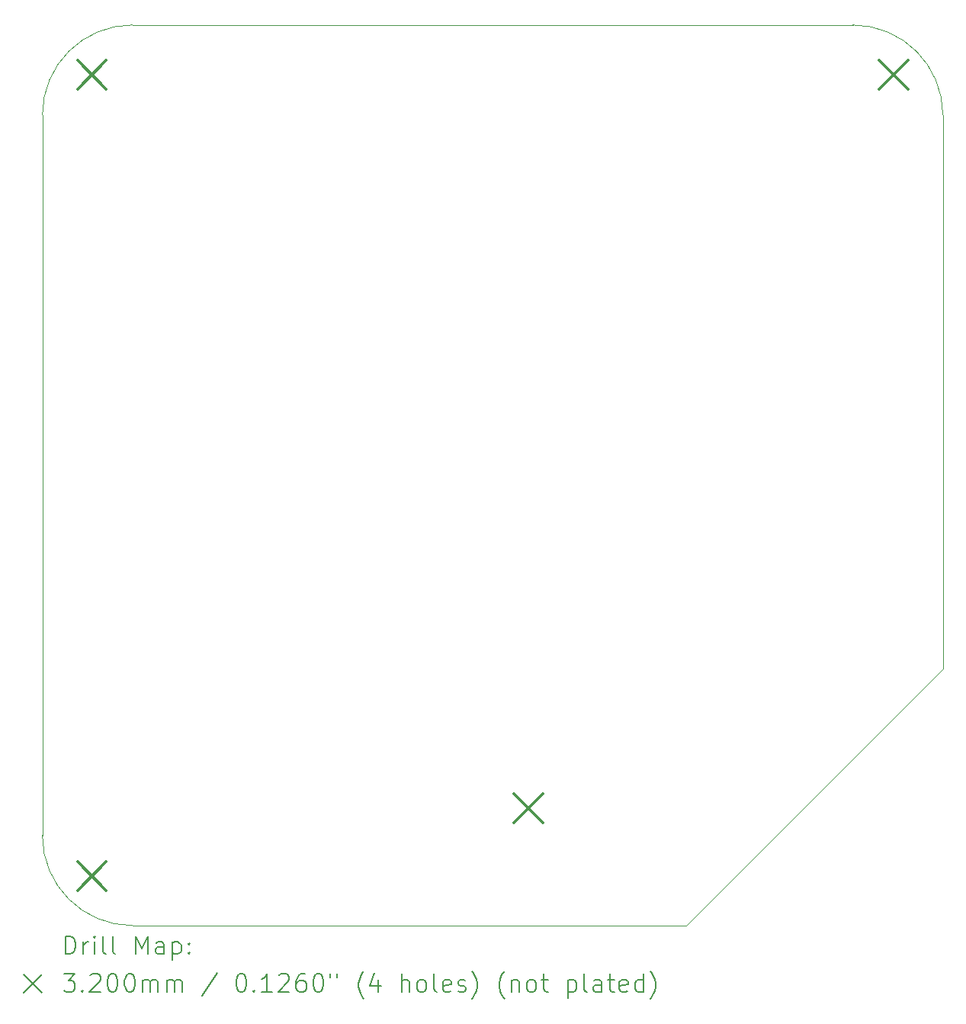
<source format=gbr>
%TF.GenerationSoftware,KiCad,Pcbnew,7.0.8*%
%TF.CreationDate,2023-10-26T13:24:27+11:00*%
%TF.ProjectId,Main 4.2,4d61696e-2034-42e3-922e-6b696361645f,rev?*%
%TF.SameCoordinates,Original*%
%TF.FileFunction,Drillmap*%
%TF.FilePolarity,Positive*%
%FSLAX45Y45*%
G04 Gerber Fmt 4.5, Leading zero omitted, Abs format (unit mm)*
G04 Created by KiCad (PCBNEW 7.0.8) date 2023-10-26 13:24:27*
%MOMM*%
%LPD*%
G01*
G04 APERTURE LIST*
%ADD10C,0.100000*%
%ADD11C,0.200000*%
%ADD12C,0.320000*%
G04 APERTURE END LIST*
D10*
X10000000Y-19000000D02*
X10000000Y-11000000D01*
X20000000Y-11000000D02*
G75*
G03*
X19000000Y-10000000I-1000000J0D01*
G01*
X17150000Y-20000000D02*
X11000000Y-20000000D01*
X10000000Y-19000000D02*
G75*
G03*
X11000000Y-20000000I1000000J0D01*
G01*
X11000000Y-10000000D02*
X19000000Y-10000000D01*
X11000000Y-10000000D02*
G75*
G03*
X10000000Y-11000000I0J-1000000D01*
G01*
X17150000Y-20000000D02*
X20000000Y-17150000D01*
X20000000Y-17150000D02*
X20000000Y-11000000D01*
D11*
D12*
X10390000Y-10390000D02*
X10710000Y-10710000D01*
X10710000Y-10390000D02*
X10390000Y-10710000D01*
X10390000Y-19290000D02*
X10710000Y-19610000D01*
X10710000Y-19290000D02*
X10390000Y-19610000D01*
X15240000Y-18540000D02*
X15560000Y-18860000D01*
X15560000Y-18540000D02*
X15240000Y-18860000D01*
X19290000Y-10390000D02*
X19610000Y-10710000D01*
X19610000Y-10390000D02*
X19290000Y-10710000D01*
D11*
X10255777Y-20316484D02*
X10255777Y-20116484D01*
X10255777Y-20116484D02*
X10303396Y-20116484D01*
X10303396Y-20116484D02*
X10331967Y-20126008D01*
X10331967Y-20126008D02*
X10351015Y-20145055D01*
X10351015Y-20145055D02*
X10360539Y-20164103D01*
X10360539Y-20164103D02*
X10370063Y-20202198D01*
X10370063Y-20202198D02*
X10370063Y-20230770D01*
X10370063Y-20230770D02*
X10360539Y-20268865D01*
X10360539Y-20268865D02*
X10351015Y-20287912D01*
X10351015Y-20287912D02*
X10331967Y-20306960D01*
X10331967Y-20306960D02*
X10303396Y-20316484D01*
X10303396Y-20316484D02*
X10255777Y-20316484D01*
X10455777Y-20316484D02*
X10455777Y-20183150D01*
X10455777Y-20221246D02*
X10465301Y-20202198D01*
X10465301Y-20202198D02*
X10474824Y-20192674D01*
X10474824Y-20192674D02*
X10493872Y-20183150D01*
X10493872Y-20183150D02*
X10512920Y-20183150D01*
X10579586Y-20316484D02*
X10579586Y-20183150D01*
X10579586Y-20116484D02*
X10570063Y-20126008D01*
X10570063Y-20126008D02*
X10579586Y-20135531D01*
X10579586Y-20135531D02*
X10589110Y-20126008D01*
X10589110Y-20126008D02*
X10579586Y-20116484D01*
X10579586Y-20116484D02*
X10579586Y-20135531D01*
X10703396Y-20316484D02*
X10684348Y-20306960D01*
X10684348Y-20306960D02*
X10674824Y-20287912D01*
X10674824Y-20287912D02*
X10674824Y-20116484D01*
X10808158Y-20316484D02*
X10789110Y-20306960D01*
X10789110Y-20306960D02*
X10779586Y-20287912D01*
X10779586Y-20287912D02*
X10779586Y-20116484D01*
X11036729Y-20316484D02*
X11036729Y-20116484D01*
X11036729Y-20116484D02*
X11103396Y-20259341D01*
X11103396Y-20259341D02*
X11170063Y-20116484D01*
X11170063Y-20116484D02*
X11170063Y-20316484D01*
X11351015Y-20316484D02*
X11351015Y-20211722D01*
X11351015Y-20211722D02*
X11341491Y-20192674D01*
X11341491Y-20192674D02*
X11322443Y-20183150D01*
X11322443Y-20183150D02*
X11284348Y-20183150D01*
X11284348Y-20183150D02*
X11265301Y-20192674D01*
X11351015Y-20306960D02*
X11331967Y-20316484D01*
X11331967Y-20316484D02*
X11284348Y-20316484D01*
X11284348Y-20316484D02*
X11265301Y-20306960D01*
X11265301Y-20306960D02*
X11255777Y-20287912D01*
X11255777Y-20287912D02*
X11255777Y-20268865D01*
X11255777Y-20268865D02*
X11265301Y-20249817D01*
X11265301Y-20249817D02*
X11284348Y-20240293D01*
X11284348Y-20240293D02*
X11331967Y-20240293D01*
X11331967Y-20240293D02*
X11351015Y-20230770D01*
X11446253Y-20183150D02*
X11446253Y-20383150D01*
X11446253Y-20192674D02*
X11465301Y-20183150D01*
X11465301Y-20183150D02*
X11503396Y-20183150D01*
X11503396Y-20183150D02*
X11522443Y-20192674D01*
X11522443Y-20192674D02*
X11531967Y-20202198D01*
X11531967Y-20202198D02*
X11541491Y-20221246D01*
X11541491Y-20221246D02*
X11541491Y-20278389D01*
X11541491Y-20278389D02*
X11531967Y-20297436D01*
X11531967Y-20297436D02*
X11522443Y-20306960D01*
X11522443Y-20306960D02*
X11503396Y-20316484D01*
X11503396Y-20316484D02*
X11465301Y-20316484D01*
X11465301Y-20316484D02*
X11446253Y-20306960D01*
X11627205Y-20297436D02*
X11636729Y-20306960D01*
X11636729Y-20306960D02*
X11627205Y-20316484D01*
X11627205Y-20316484D02*
X11617682Y-20306960D01*
X11617682Y-20306960D02*
X11627205Y-20297436D01*
X11627205Y-20297436D02*
X11627205Y-20316484D01*
X11627205Y-20192674D02*
X11636729Y-20202198D01*
X11636729Y-20202198D02*
X11627205Y-20211722D01*
X11627205Y-20211722D02*
X11617682Y-20202198D01*
X11617682Y-20202198D02*
X11627205Y-20192674D01*
X11627205Y-20192674D02*
X11627205Y-20211722D01*
X9795000Y-20545000D02*
X9995000Y-20745000D01*
X9995000Y-20545000D02*
X9795000Y-20745000D01*
X10236729Y-20536484D02*
X10360539Y-20536484D01*
X10360539Y-20536484D02*
X10293872Y-20612674D01*
X10293872Y-20612674D02*
X10322444Y-20612674D01*
X10322444Y-20612674D02*
X10341491Y-20622198D01*
X10341491Y-20622198D02*
X10351015Y-20631722D01*
X10351015Y-20631722D02*
X10360539Y-20650770D01*
X10360539Y-20650770D02*
X10360539Y-20698389D01*
X10360539Y-20698389D02*
X10351015Y-20717436D01*
X10351015Y-20717436D02*
X10341491Y-20726960D01*
X10341491Y-20726960D02*
X10322444Y-20736484D01*
X10322444Y-20736484D02*
X10265301Y-20736484D01*
X10265301Y-20736484D02*
X10246253Y-20726960D01*
X10246253Y-20726960D02*
X10236729Y-20717436D01*
X10446253Y-20717436D02*
X10455777Y-20726960D01*
X10455777Y-20726960D02*
X10446253Y-20736484D01*
X10446253Y-20736484D02*
X10436729Y-20726960D01*
X10436729Y-20726960D02*
X10446253Y-20717436D01*
X10446253Y-20717436D02*
X10446253Y-20736484D01*
X10531967Y-20555531D02*
X10541491Y-20546008D01*
X10541491Y-20546008D02*
X10560539Y-20536484D01*
X10560539Y-20536484D02*
X10608158Y-20536484D01*
X10608158Y-20536484D02*
X10627205Y-20546008D01*
X10627205Y-20546008D02*
X10636729Y-20555531D01*
X10636729Y-20555531D02*
X10646253Y-20574579D01*
X10646253Y-20574579D02*
X10646253Y-20593627D01*
X10646253Y-20593627D02*
X10636729Y-20622198D01*
X10636729Y-20622198D02*
X10522444Y-20736484D01*
X10522444Y-20736484D02*
X10646253Y-20736484D01*
X10770063Y-20536484D02*
X10789110Y-20536484D01*
X10789110Y-20536484D02*
X10808158Y-20546008D01*
X10808158Y-20546008D02*
X10817682Y-20555531D01*
X10817682Y-20555531D02*
X10827205Y-20574579D01*
X10827205Y-20574579D02*
X10836729Y-20612674D01*
X10836729Y-20612674D02*
X10836729Y-20660293D01*
X10836729Y-20660293D02*
X10827205Y-20698389D01*
X10827205Y-20698389D02*
X10817682Y-20717436D01*
X10817682Y-20717436D02*
X10808158Y-20726960D01*
X10808158Y-20726960D02*
X10789110Y-20736484D01*
X10789110Y-20736484D02*
X10770063Y-20736484D01*
X10770063Y-20736484D02*
X10751015Y-20726960D01*
X10751015Y-20726960D02*
X10741491Y-20717436D01*
X10741491Y-20717436D02*
X10731967Y-20698389D01*
X10731967Y-20698389D02*
X10722444Y-20660293D01*
X10722444Y-20660293D02*
X10722444Y-20612674D01*
X10722444Y-20612674D02*
X10731967Y-20574579D01*
X10731967Y-20574579D02*
X10741491Y-20555531D01*
X10741491Y-20555531D02*
X10751015Y-20546008D01*
X10751015Y-20546008D02*
X10770063Y-20536484D01*
X10960539Y-20536484D02*
X10979586Y-20536484D01*
X10979586Y-20536484D02*
X10998634Y-20546008D01*
X10998634Y-20546008D02*
X11008158Y-20555531D01*
X11008158Y-20555531D02*
X11017682Y-20574579D01*
X11017682Y-20574579D02*
X11027205Y-20612674D01*
X11027205Y-20612674D02*
X11027205Y-20660293D01*
X11027205Y-20660293D02*
X11017682Y-20698389D01*
X11017682Y-20698389D02*
X11008158Y-20717436D01*
X11008158Y-20717436D02*
X10998634Y-20726960D01*
X10998634Y-20726960D02*
X10979586Y-20736484D01*
X10979586Y-20736484D02*
X10960539Y-20736484D01*
X10960539Y-20736484D02*
X10941491Y-20726960D01*
X10941491Y-20726960D02*
X10931967Y-20717436D01*
X10931967Y-20717436D02*
X10922444Y-20698389D01*
X10922444Y-20698389D02*
X10912920Y-20660293D01*
X10912920Y-20660293D02*
X10912920Y-20612674D01*
X10912920Y-20612674D02*
X10922444Y-20574579D01*
X10922444Y-20574579D02*
X10931967Y-20555531D01*
X10931967Y-20555531D02*
X10941491Y-20546008D01*
X10941491Y-20546008D02*
X10960539Y-20536484D01*
X11112920Y-20736484D02*
X11112920Y-20603150D01*
X11112920Y-20622198D02*
X11122444Y-20612674D01*
X11122444Y-20612674D02*
X11141491Y-20603150D01*
X11141491Y-20603150D02*
X11170063Y-20603150D01*
X11170063Y-20603150D02*
X11189110Y-20612674D01*
X11189110Y-20612674D02*
X11198634Y-20631722D01*
X11198634Y-20631722D02*
X11198634Y-20736484D01*
X11198634Y-20631722D02*
X11208158Y-20612674D01*
X11208158Y-20612674D02*
X11227205Y-20603150D01*
X11227205Y-20603150D02*
X11255777Y-20603150D01*
X11255777Y-20603150D02*
X11274824Y-20612674D01*
X11274824Y-20612674D02*
X11284348Y-20631722D01*
X11284348Y-20631722D02*
X11284348Y-20736484D01*
X11379586Y-20736484D02*
X11379586Y-20603150D01*
X11379586Y-20622198D02*
X11389110Y-20612674D01*
X11389110Y-20612674D02*
X11408158Y-20603150D01*
X11408158Y-20603150D02*
X11436729Y-20603150D01*
X11436729Y-20603150D02*
X11455777Y-20612674D01*
X11455777Y-20612674D02*
X11465301Y-20631722D01*
X11465301Y-20631722D02*
X11465301Y-20736484D01*
X11465301Y-20631722D02*
X11474824Y-20612674D01*
X11474824Y-20612674D02*
X11493872Y-20603150D01*
X11493872Y-20603150D02*
X11522443Y-20603150D01*
X11522443Y-20603150D02*
X11541491Y-20612674D01*
X11541491Y-20612674D02*
X11551015Y-20631722D01*
X11551015Y-20631722D02*
X11551015Y-20736484D01*
X11941491Y-20526960D02*
X11770063Y-20784103D01*
X12198634Y-20536484D02*
X12217682Y-20536484D01*
X12217682Y-20536484D02*
X12236729Y-20546008D01*
X12236729Y-20546008D02*
X12246253Y-20555531D01*
X12246253Y-20555531D02*
X12255777Y-20574579D01*
X12255777Y-20574579D02*
X12265301Y-20612674D01*
X12265301Y-20612674D02*
X12265301Y-20660293D01*
X12265301Y-20660293D02*
X12255777Y-20698389D01*
X12255777Y-20698389D02*
X12246253Y-20717436D01*
X12246253Y-20717436D02*
X12236729Y-20726960D01*
X12236729Y-20726960D02*
X12217682Y-20736484D01*
X12217682Y-20736484D02*
X12198634Y-20736484D01*
X12198634Y-20736484D02*
X12179586Y-20726960D01*
X12179586Y-20726960D02*
X12170063Y-20717436D01*
X12170063Y-20717436D02*
X12160539Y-20698389D01*
X12160539Y-20698389D02*
X12151015Y-20660293D01*
X12151015Y-20660293D02*
X12151015Y-20612674D01*
X12151015Y-20612674D02*
X12160539Y-20574579D01*
X12160539Y-20574579D02*
X12170063Y-20555531D01*
X12170063Y-20555531D02*
X12179586Y-20546008D01*
X12179586Y-20546008D02*
X12198634Y-20536484D01*
X12351015Y-20717436D02*
X12360539Y-20726960D01*
X12360539Y-20726960D02*
X12351015Y-20736484D01*
X12351015Y-20736484D02*
X12341491Y-20726960D01*
X12341491Y-20726960D02*
X12351015Y-20717436D01*
X12351015Y-20717436D02*
X12351015Y-20736484D01*
X12551015Y-20736484D02*
X12436729Y-20736484D01*
X12493872Y-20736484D02*
X12493872Y-20536484D01*
X12493872Y-20536484D02*
X12474825Y-20565055D01*
X12474825Y-20565055D02*
X12455777Y-20584103D01*
X12455777Y-20584103D02*
X12436729Y-20593627D01*
X12627206Y-20555531D02*
X12636729Y-20546008D01*
X12636729Y-20546008D02*
X12655777Y-20536484D01*
X12655777Y-20536484D02*
X12703396Y-20536484D01*
X12703396Y-20536484D02*
X12722444Y-20546008D01*
X12722444Y-20546008D02*
X12731967Y-20555531D01*
X12731967Y-20555531D02*
X12741491Y-20574579D01*
X12741491Y-20574579D02*
X12741491Y-20593627D01*
X12741491Y-20593627D02*
X12731967Y-20622198D01*
X12731967Y-20622198D02*
X12617682Y-20736484D01*
X12617682Y-20736484D02*
X12741491Y-20736484D01*
X12912920Y-20536484D02*
X12874825Y-20536484D01*
X12874825Y-20536484D02*
X12855777Y-20546008D01*
X12855777Y-20546008D02*
X12846253Y-20555531D01*
X12846253Y-20555531D02*
X12827206Y-20584103D01*
X12827206Y-20584103D02*
X12817682Y-20622198D01*
X12817682Y-20622198D02*
X12817682Y-20698389D01*
X12817682Y-20698389D02*
X12827206Y-20717436D01*
X12827206Y-20717436D02*
X12836729Y-20726960D01*
X12836729Y-20726960D02*
X12855777Y-20736484D01*
X12855777Y-20736484D02*
X12893872Y-20736484D01*
X12893872Y-20736484D02*
X12912920Y-20726960D01*
X12912920Y-20726960D02*
X12922444Y-20717436D01*
X12922444Y-20717436D02*
X12931967Y-20698389D01*
X12931967Y-20698389D02*
X12931967Y-20650770D01*
X12931967Y-20650770D02*
X12922444Y-20631722D01*
X12922444Y-20631722D02*
X12912920Y-20622198D01*
X12912920Y-20622198D02*
X12893872Y-20612674D01*
X12893872Y-20612674D02*
X12855777Y-20612674D01*
X12855777Y-20612674D02*
X12836729Y-20622198D01*
X12836729Y-20622198D02*
X12827206Y-20631722D01*
X12827206Y-20631722D02*
X12817682Y-20650770D01*
X13055777Y-20536484D02*
X13074825Y-20536484D01*
X13074825Y-20536484D02*
X13093872Y-20546008D01*
X13093872Y-20546008D02*
X13103396Y-20555531D01*
X13103396Y-20555531D02*
X13112920Y-20574579D01*
X13112920Y-20574579D02*
X13122444Y-20612674D01*
X13122444Y-20612674D02*
X13122444Y-20660293D01*
X13122444Y-20660293D02*
X13112920Y-20698389D01*
X13112920Y-20698389D02*
X13103396Y-20717436D01*
X13103396Y-20717436D02*
X13093872Y-20726960D01*
X13093872Y-20726960D02*
X13074825Y-20736484D01*
X13074825Y-20736484D02*
X13055777Y-20736484D01*
X13055777Y-20736484D02*
X13036729Y-20726960D01*
X13036729Y-20726960D02*
X13027206Y-20717436D01*
X13027206Y-20717436D02*
X13017682Y-20698389D01*
X13017682Y-20698389D02*
X13008158Y-20660293D01*
X13008158Y-20660293D02*
X13008158Y-20612674D01*
X13008158Y-20612674D02*
X13017682Y-20574579D01*
X13017682Y-20574579D02*
X13027206Y-20555531D01*
X13027206Y-20555531D02*
X13036729Y-20546008D01*
X13036729Y-20546008D02*
X13055777Y-20536484D01*
X13198634Y-20536484D02*
X13198634Y-20574579D01*
X13274825Y-20536484D02*
X13274825Y-20574579D01*
X13570063Y-20812674D02*
X13560539Y-20803150D01*
X13560539Y-20803150D02*
X13541491Y-20774579D01*
X13541491Y-20774579D02*
X13531968Y-20755531D01*
X13531968Y-20755531D02*
X13522444Y-20726960D01*
X13522444Y-20726960D02*
X13512920Y-20679341D01*
X13512920Y-20679341D02*
X13512920Y-20641246D01*
X13512920Y-20641246D02*
X13522444Y-20593627D01*
X13522444Y-20593627D02*
X13531968Y-20565055D01*
X13531968Y-20565055D02*
X13541491Y-20546008D01*
X13541491Y-20546008D02*
X13560539Y-20517436D01*
X13560539Y-20517436D02*
X13570063Y-20507912D01*
X13731968Y-20603150D02*
X13731968Y-20736484D01*
X13684348Y-20526960D02*
X13636729Y-20669817D01*
X13636729Y-20669817D02*
X13760539Y-20669817D01*
X13989110Y-20736484D02*
X13989110Y-20536484D01*
X14074825Y-20736484D02*
X14074825Y-20631722D01*
X14074825Y-20631722D02*
X14065301Y-20612674D01*
X14065301Y-20612674D02*
X14046253Y-20603150D01*
X14046253Y-20603150D02*
X14017682Y-20603150D01*
X14017682Y-20603150D02*
X13998634Y-20612674D01*
X13998634Y-20612674D02*
X13989110Y-20622198D01*
X14198634Y-20736484D02*
X14179587Y-20726960D01*
X14179587Y-20726960D02*
X14170063Y-20717436D01*
X14170063Y-20717436D02*
X14160539Y-20698389D01*
X14160539Y-20698389D02*
X14160539Y-20641246D01*
X14160539Y-20641246D02*
X14170063Y-20622198D01*
X14170063Y-20622198D02*
X14179587Y-20612674D01*
X14179587Y-20612674D02*
X14198634Y-20603150D01*
X14198634Y-20603150D02*
X14227206Y-20603150D01*
X14227206Y-20603150D02*
X14246253Y-20612674D01*
X14246253Y-20612674D02*
X14255777Y-20622198D01*
X14255777Y-20622198D02*
X14265301Y-20641246D01*
X14265301Y-20641246D02*
X14265301Y-20698389D01*
X14265301Y-20698389D02*
X14255777Y-20717436D01*
X14255777Y-20717436D02*
X14246253Y-20726960D01*
X14246253Y-20726960D02*
X14227206Y-20736484D01*
X14227206Y-20736484D02*
X14198634Y-20736484D01*
X14379587Y-20736484D02*
X14360539Y-20726960D01*
X14360539Y-20726960D02*
X14351015Y-20707912D01*
X14351015Y-20707912D02*
X14351015Y-20536484D01*
X14531968Y-20726960D02*
X14512920Y-20736484D01*
X14512920Y-20736484D02*
X14474825Y-20736484D01*
X14474825Y-20736484D02*
X14455777Y-20726960D01*
X14455777Y-20726960D02*
X14446253Y-20707912D01*
X14446253Y-20707912D02*
X14446253Y-20631722D01*
X14446253Y-20631722D02*
X14455777Y-20612674D01*
X14455777Y-20612674D02*
X14474825Y-20603150D01*
X14474825Y-20603150D02*
X14512920Y-20603150D01*
X14512920Y-20603150D02*
X14531968Y-20612674D01*
X14531968Y-20612674D02*
X14541491Y-20631722D01*
X14541491Y-20631722D02*
X14541491Y-20650770D01*
X14541491Y-20650770D02*
X14446253Y-20669817D01*
X14617682Y-20726960D02*
X14636730Y-20736484D01*
X14636730Y-20736484D02*
X14674825Y-20736484D01*
X14674825Y-20736484D02*
X14693872Y-20726960D01*
X14693872Y-20726960D02*
X14703396Y-20707912D01*
X14703396Y-20707912D02*
X14703396Y-20698389D01*
X14703396Y-20698389D02*
X14693872Y-20679341D01*
X14693872Y-20679341D02*
X14674825Y-20669817D01*
X14674825Y-20669817D02*
X14646253Y-20669817D01*
X14646253Y-20669817D02*
X14627206Y-20660293D01*
X14627206Y-20660293D02*
X14617682Y-20641246D01*
X14617682Y-20641246D02*
X14617682Y-20631722D01*
X14617682Y-20631722D02*
X14627206Y-20612674D01*
X14627206Y-20612674D02*
X14646253Y-20603150D01*
X14646253Y-20603150D02*
X14674825Y-20603150D01*
X14674825Y-20603150D02*
X14693872Y-20612674D01*
X14770063Y-20812674D02*
X14779587Y-20803150D01*
X14779587Y-20803150D02*
X14798634Y-20774579D01*
X14798634Y-20774579D02*
X14808158Y-20755531D01*
X14808158Y-20755531D02*
X14817682Y-20726960D01*
X14817682Y-20726960D02*
X14827206Y-20679341D01*
X14827206Y-20679341D02*
X14827206Y-20641246D01*
X14827206Y-20641246D02*
X14817682Y-20593627D01*
X14817682Y-20593627D02*
X14808158Y-20565055D01*
X14808158Y-20565055D02*
X14798634Y-20546008D01*
X14798634Y-20546008D02*
X14779587Y-20517436D01*
X14779587Y-20517436D02*
X14770063Y-20507912D01*
X15131968Y-20812674D02*
X15122444Y-20803150D01*
X15122444Y-20803150D02*
X15103396Y-20774579D01*
X15103396Y-20774579D02*
X15093872Y-20755531D01*
X15093872Y-20755531D02*
X15084349Y-20726960D01*
X15084349Y-20726960D02*
X15074825Y-20679341D01*
X15074825Y-20679341D02*
X15074825Y-20641246D01*
X15074825Y-20641246D02*
X15084349Y-20593627D01*
X15084349Y-20593627D02*
X15093872Y-20565055D01*
X15093872Y-20565055D02*
X15103396Y-20546008D01*
X15103396Y-20546008D02*
X15122444Y-20517436D01*
X15122444Y-20517436D02*
X15131968Y-20507912D01*
X15208158Y-20603150D02*
X15208158Y-20736484D01*
X15208158Y-20622198D02*
X15217682Y-20612674D01*
X15217682Y-20612674D02*
X15236730Y-20603150D01*
X15236730Y-20603150D02*
X15265301Y-20603150D01*
X15265301Y-20603150D02*
X15284349Y-20612674D01*
X15284349Y-20612674D02*
X15293872Y-20631722D01*
X15293872Y-20631722D02*
X15293872Y-20736484D01*
X15417682Y-20736484D02*
X15398634Y-20726960D01*
X15398634Y-20726960D02*
X15389111Y-20717436D01*
X15389111Y-20717436D02*
X15379587Y-20698389D01*
X15379587Y-20698389D02*
X15379587Y-20641246D01*
X15379587Y-20641246D02*
X15389111Y-20622198D01*
X15389111Y-20622198D02*
X15398634Y-20612674D01*
X15398634Y-20612674D02*
X15417682Y-20603150D01*
X15417682Y-20603150D02*
X15446253Y-20603150D01*
X15446253Y-20603150D02*
X15465301Y-20612674D01*
X15465301Y-20612674D02*
X15474825Y-20622198D01*
X15474825Y-20622198D02*
X15484349Y-20641246D01*
X15484349Y-20641246D02*
X15484349Y-20698389D01*
X15484349Y-20698389D02*
X15474825Y-20717436D01*
X15474825Y-20717436D02*
X15465301Y-20726960D01*
X15465301Y-20726960D02*
X15446253Y-20736484D01*
X15446253Y-20736484D02*
X15417682Y-20736484D01*
X15541492Y-20603150D02*
X15617682Y-20603150D01*
X15570063Y-20536484D02*
X15570063Y-20707912D01*
X15570063Y-20707912D02*
X15579587Y-20726960D01*
X15579587Y-20726960D02*
X15598634Y-20736484D01*
X15598634Y-20736484D02*
X15617682Y-20736484D01*
X15836730Y-20603150D02*
X15836730Y-20803150D01*
X15836730Y-20612674D02*
X15855777Y-20603150D01*
X15855777Y-20603150D02*
X15893873Y-20603150D01*
X15893873Y-20603150D02*
X15912920Y-20612674D01*
X15912920Y-20612674D02*
X15922444Y-20622198D01*
X15922444Y-20622198D02*
X15931968Y-20641246D01*
X15931968Y-20641246D02*
X15931968Y-20698389D01*
X15931968Y-20698389D02*
X15922444Y-20717436D01*
X15922444Y-20717436D02*
X15912920Y-20726960D01*
X15912920Y-20726960D02*
X15893873Y-20736484D01*
X15893873Y-20736484D02*
X15855777Y-20736484D01*
X15855777Y-20736484D02*
X15836730Y-20726960D01*
X16046253Y-20736484D02*
X16027206Y-20726960D01*
X16027206Y-20726960D02*
X16017682Y-20707912D01*
X16017682Y-20707912D02*
X16017682Y-20536484D01*
X16208158Y-20736484D02*
X16208158Y-20631722D01*
X16208158Y-20631722D02*
X16198634Y-20612674D01*
X16198634Y-20612674D02*
X16179587Y-20603150D01*
X16179587Y-20603150D02*
X16141492Y-20603150D01*
X16141492Y-20603150D02*
X16122444Y-20612674D01*
X16208158Y-20726960D02*
X16189111Y-20736484D01*
X16189111Y-20736484D02*
X16141492Y-20736484D01*
X16141492Y-20736484D02*
X16122444Y-20726960D01*
X16122444Y-20726960D02*
X16112920Y-20707912D01*
X16112920Y-20707912D02*
X16112920Y-20688865D01*
X16112920Y-20688865D02*
X16122444Y-20669817D01*
X16122444Y-20669817D02*
X16141492Y-20660293D01*
X16141492Y-20660293D02*
X16189111Y-20660293D01*
X16189111Y-20660293D02*
X16208158Y-20650770D01*
X16274825Y-20603150D02*
X16351015Y-20603150D01*
X16303396Y-20536484D02*
X16303396Y-20707912D01*
X16303396Y-20707912D02*
X16312920Y-20726960D01*
X16312920Y-20726960D02*
X16331968Y-20736484D01*
X16331968Y-20736484D02*
X16351015Y-20736484D01*
X16493873Y-20726960D02*
X16474825Y-20736484D01*
X16474825Y-20736484D02*
X16436730Y-20736484D01*
X16436730Y-20736484D02*
X16417682Y-20726960D01*
X16417682Y-20726960D02*
X16408158Y-20707912D01*
X16408158Y-20707912D02*
X16408158Y-20631722D01*
X16408158Y-20631722D02*
X16417682Y-20612674D01*
X16417682Y-20612674D02*
X16436730Y-20603150D01*
X16436730Y-20603150D02*
X16474825Y-20603150D01*
X16474825Y-20603150D02*
X16493873Y-20612674D01*
X16493873Y-20612674D02*
X16503396Y-20631722D01*
X16503396Y-20631722D02*
X16503396Y-20650770D01*
X16503396Y-20650770D02*
X16408158Y-20669817D01*
X16674825Y-20736484D02*
X16674825Y-20536484D01*
X16674825Y-20726960D02*
X16655777Y-20736484D01*
X16655777Y-20736484D02*
X16617682Y-20736484D01*
X16617682Y-20736484D02*
X16598634Y-20726960D01*
X16598634Y-20726960D02*
X16589111Y-20717436D01*
X16589111Y-20717436D02*
X16579587Y-20698389D01*
X16579587Y-20698389D02*
X16579587Y-20641246D01*
X16579587Y-20641246D02*
X16589111Y-20622198D01*
X16589111Y-20622198D02*
X16598634Y-20612674D01*
X16598634Y-20612674D02*
X16617682Y-20603150D01*
X16617682Y-20603150D02*
X16655777Y-20603150D01*
X16655777Y-20603150D02*
X16674825Y-20612674D01*
X16751015Y-20812674D02*
X16760539Y-20803150D01*
X16760539Y-20803150D02*
X16779587Y-20774579D01*
X16779587Y-20774579D02*
X16789111Y-20755531D01*
X16789111Y-20755531D02*
X16798635Y-20726960D01*
X16798635Y-20726960D02*
X16808158Y-20679341D01*
X16808158Y-20679341D02*
X16808158Y-20641246D01*
X16808158Y-20641246D02*
X16798635Y-20593627D01*
X16798635Y-20593627D02*
X16789111Y-20565055D01*
X16789111Y-20565055D02*
X16779587Y-20546008D01*
X16779587Y-20546008D02*
X16760539Y-20517436D01*
X16760539Y-20517436D02*
X16751015Y-20507912D01*
M02*

</source>
